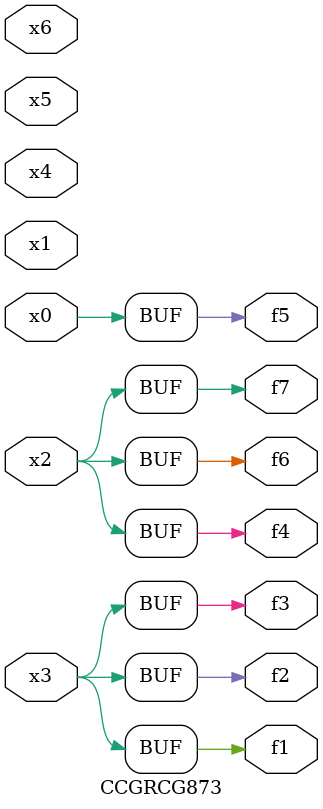
<source format=v>
module CCGRCG873(
	input x0, x1, x2, x3, x4, x5, x6,
	output f1, f2, f3, f4, f5, f6, f7
);
	assign f1 = x3;
	assign f2 = x3;
	assign f3 = x3;
	assign f4 = x2;
	assign f5 = x0;
	assign f6 = x2;
	assign f7 = x2;
endmodule

</source>
